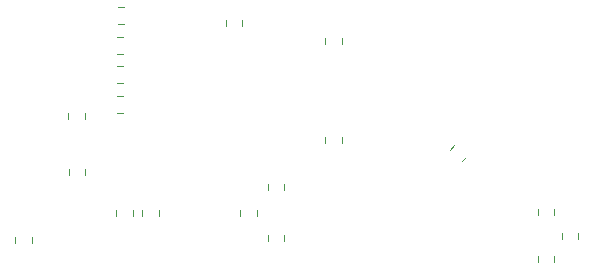
<source format=gbr>
%TF.GenerationSoftware,KiCad,Pcbnew,(5.1.2-1)-1*%
%TF.CreationDate,2020-03-19T17:13:43+05:30*%
%TF.ProjectId,Uno rev1.1,556e6f20-7265-4763-912e-312e6b696361,rev?*%
%TF.SameCoordinates,Original*%
%TF.FileFunction,Legend,Bot*%
%TF.FilePolarity,Positive*%
%FSLAX46Y46*%
G04 Gerber Fmt 4.6, Leading zero omitted, Abs format (unit mm)*
G04 Created by KiCad (PCBNEW (5.1.2-1)-1) date 2020-03-19 17:13:43*
%MOMM*%
%LPD*%
G04 APERTURE LIST*
%ADD10C,0.120000*%
G04 APERTURE END LIST*
D10*
%TO.C,R6*%
X21040000Y-34286252D02*
X21040000Y-33763748D01*
X22460000Y-34286252D02*
X22460000Y-33763748D01*
%TO.C,R5*%
X22435000Y-29013748D02*
X22435000Y-29536252D01*
X21015000Y-29013748D02*
X21015000Y-29536252D01*
%TO.C,C14*%
X16490000Y-40036252D02*
X16490000Y-39513748D01*
X17910000Y-40036252D02*
X17910000Y-39513748D01*
%TO.C,C3*%
X35590000Y-37736252D02*
X35590000Y-37213748D01*
X37010000Y-37736252D02*
X37010000Y-37213748D01*
%TO.C,R2*%
X25644252Y-27576000D02*
X25121748Y-27576000D01*
X25644252Y-28996000D02*
X25121748Y-28996000D01*
%TO.C,R3*%
X25644252Y-25080000D02*
X25121748Y-25080000D01*
X25644252Y-26500000D02*
X25121748Y-26500000D01*
%TO.C,R4*%
X64210000Y-39701252D02*
X64210000Y-39178748D01*
X62790000Y-39701252D02*
X62790000Y-39178748D01*
%TO.C,R8*%
X25121748Y-24000000D02*
X25644252Y-24000000D01*
X25121748Y-22580000D02*
X25644252Y-22580000D01*
%TO.C,R7*%
X25736252Y-20080000D02*
X25213748Y-20080000D01*
X25736252Y-21500000D02*
X25213748Y-21500000D01*
%TO.C,C1*%
X26460000Y-37761252D02*
X26460000Y-37238748D01*
X25040000Y-37761252D02*
X25040000Y-37238748D01*
%TO.C,C2*%
X28710000Y-37736252D02*
X28710000Y-37213748D01*
X27290000Y-37736252D02*
X27290000Y-37213748D01*
%TO.C,C4*%
X37890000Y-39327748D02*
X37890000Y-39850252D01*
X39310000Y-39327748D02*
X39310000Y-39850252D01*
%TO.C,C5*%
X54321529Y-33126563D02*
X54690995Y-32757097D01*
X53317437Y-32122471D02*
X53686903Y-31753005D01*
%TO.C,C6*%
X39310000Y-35541252D02*
X39310000Y-35018748D01*
X37890000Y-35541252D02*
X37890000Y-35018748D01*
%TO.C,C8*%
X34334000Y-21157748D02*
X34334000Y-21680252D01*
X35754000Y-21157748D02*
X35754000Y-21680252D01*
%TO.C,C9*%
X60750000Y-41114748D02*
X60750000Y-41637252D01*
X62170000Y-41114748D02*
X62170000Y-41637252D01*
%TO.C,C10*%
X44210000Y-23204252D02*
X44210000Y-22681748D01*
X42790000Y-23204252D02*
X42790000Y-22681748D01*
%TO.C,C11*%
X60750000Y-37159748D02*
X60750000Y-37682252D01*
X62170000Y-37159748D02*
X62170000Y-37682252D01*
%TO.C,C12*%
X44210000Y-31604252D02*
X44210000Y-31081748D01*
X42790000Y-31604252D02*
X42790000Y-31081748D01*
%TD*%
M02*

</source>
